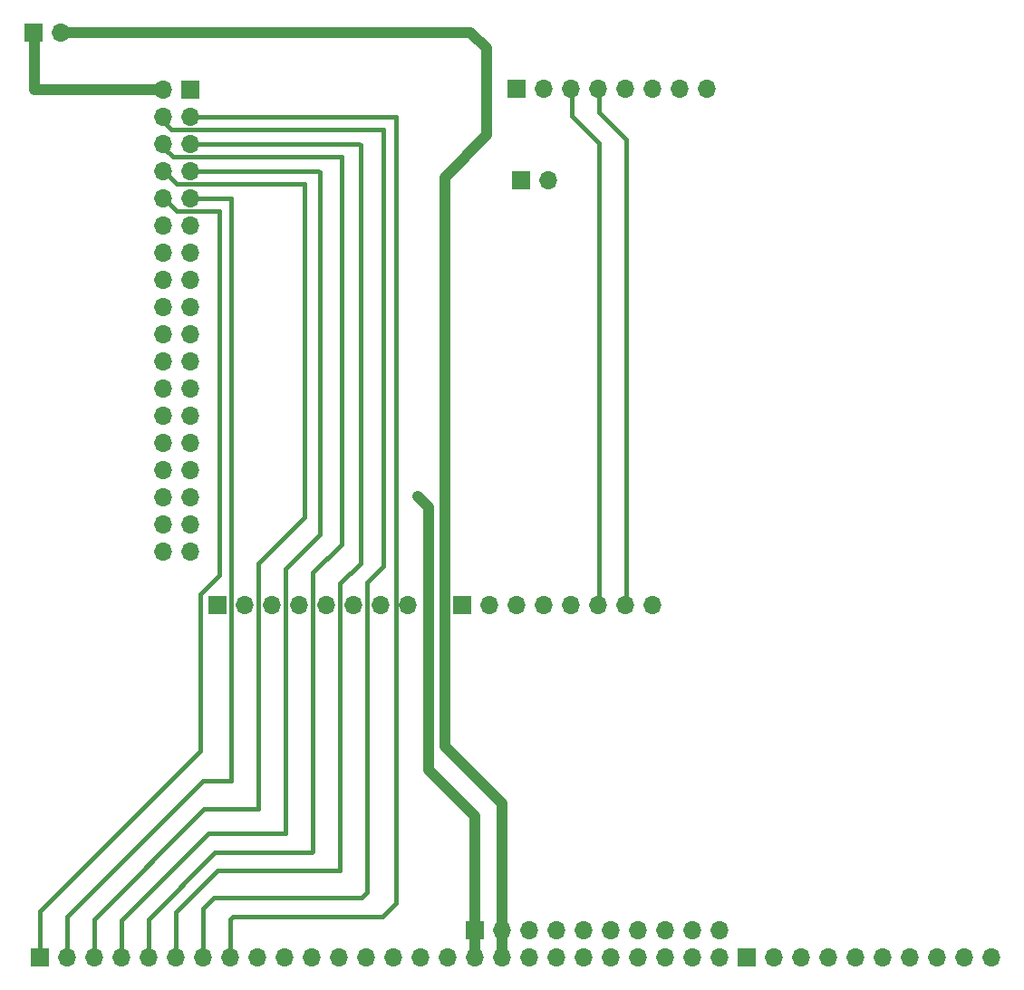
<source format=gbr>
%TF.GenerationSoftware,KiCad,Pcbnew,6.0.11+dfsg-1*%
%TF.CreationDate,2025-10-30T18:12:21+01:00*%
%TF.ProjectId,arduino,61726475-696e-46f2-9e6b-696361645f70,rev?*%
%TF.SameCoordinates,Original*%
%TF.FileFunction,Copper,L1,Top*%
%TF.FilePolarity,Positive*%
%FSLAX46Y46*%
G04 Gerber Fmt 4.6, Leading zero omitted, Abs format (unit mm)*
G04 Created by KiCad (PCBNEW 6.0.11+dfsg-1) date 2025-10-30 18:12:21*
%MOMM*%
%LPD*%
G01*
G04 APERTURE LIST*
%TA.AperFunction,ComponentPad*%
%ADD10R,1.700000X1.700000*%
%TD*%
%TA.AperFunction,ComponentPad*%
%ADD11O,1.700000X1.700000*%
%TD*%
%TA.AperFunction,ViaPad*%
%ADD12C,1.000000*%
%TD*%
%TA.AperFunction,Conductor*%
%ADD13C,0.400000*%
%TD*%
%TA.AperFunction,Conductor*%
%ADD14C,1.000000*%
%TD*%
G04 APERTURE END LIST*
D10*
%TO.P,REF\u002A\u002A,1*%
%TO.N,N/C*%
X106822000Y-97892000D03*
D11*
%TO.P,REF\u002A\u002A,2*%
X109362000Y-97892000D03*
%TO.P,REF\u002A\u002A,3*%
X111902000Y-97892000D03*
%TO.P,REF\u002A\u002A,4*%
X114442000Y-97892000D03*
%TO.P,REF\u002A\u002A,5*%
X116982000Y-97892000D03*
%TO.P,REF\u002A\u002A,6*%
X119522000Y-97892000D03*
%TO.P,REF\u002A\u002A,7*%
X122062000Y-97892000D03*
%TO.P,REF\u002A\u002A,8*%
X124602000Y-97892000D03*
%TD*%
D10*
%TO.P,5V,1*%
%TO.N,N/C*%
X89611200Y-44348400D03*
D11*
%TO.P,5V,2*%
X92151200Y-44348400D03*
%TD*%
D10*
%TO.P,REF\u002A\u002A,1*%
%TO.N,N/C*%
X104287000Y-49672000D03*
D11*
%TO.P,REF\u002A\u002A,2*%
X101747000Y-49672000D03*
%TO.P,REF\u002A\u002A,3*%
X104287000Y-52212000D03*
%TO.P,REF\u002A\u002A,4*%
X101747000Y-52212000D03*
%TO.P,REF\u002A\u002A,5*%
X104287000Y-54752000D03*
%TO.P,REF\u002A\u002A,6*%
X101747000Y-54752000D03*
%TO.P,REF\u002A\u002A,7*%
X104287000Y-57292000D03*
%TO.P,REF\u002A\u002A,8*%
X101747000Y-57292000D03*
%TO.P,REF\u002A\u002A,9*%
X104287000Y-59832000D03*
%TO.P,REF\u002A\u002A,10*%
X101747000Y-59832000D03*
%TO.P,REF\u002A\u002A,11*%
X104287000Y-62372000D03*
%TO.P,REF\u002A\u002A,12*%
X101747000Y-62372000D03*
%TO.P,REF\u002A\u002A,13*%
X104287000Y-64912000D03*
%TO.P,REF\u002A\u002A,14*%
X101747000Y-64912000D03*
%TO.P,REF\u002A\u002A,15*%
X104287000Y-67452000D03*
%TO.P,REF\u002A\u002A,16*%
X101747000Y-67452000D03*
%TO.P,REF\u002A\u002A,17*%
X104287000Y-69992000D03*
%TO.P,REF\u002A\u002A,18*%
X101747000Y-69992000D03*
%TO.P,REF\u002A\u002A,19*%
X104287000Y-72532000D03*
%TO.P,REF\u002A\u002A,20*%
X101747000Y-72532000D03*
%TO.P,REF\u002A\u002A,21*%
X104287000Y-75072000D03*
%TO.P,REF\u002A\u002A,22*%
X101747000Y-75072000D03*
%TO.P,REF\u002A\u002A,23*%
X104287000Y-77612000D03*
%TO.P,REF\u002A\u002A,24*%
X101747000Y-77612000D03*
%TO.P,REF\u002A\u002A,25*%
X104287000Y-80152000D03*
%TO.P,REF\u002A\u002A,26*%
X101747000Y-80152000D03*
%TO.P,REF\u002A\u002A,27*%
X104287000Y-82692000D03*
%TO.P,REF\u002A\u002A,28*%
X101747000Y-82692000D03*
%TO.P,REF\u002A\u002A,29*%
X104287000Y-85232000D03*
%TO.P,REF\u002A\u002A,30*%
X101747000Y-85232000D03*
%TO.P,REF\u002A\u002A,31*%
X104287000Y-87772000D03*
%TO.P,REF\u002A\u002A,32*%
X101747000Y-87772000D03*
%TO.P,REF\u002A\u002A,33*%
X104287000Y-90312000D03*
%TO.P,REF\u002A\u002A,34*%
X101747000Y-90312000D03*
%TO.P,REF\u002A\u002A,35*%
X104287000Y-92852000D03*
%TO.P,REF\u002A\u002A,36*%
X101747000Y-92852000D03*
%TD*%
D10*
%TO.P,REF\u002A\u002A,1*%
%TO.N,N/C*%
X135128000Y-58166000D03*
D11*
%TO.P,REF\u002A\u002A,2*%
X137668000Y-58166000D03*
%TD*%
D10*
%TO.P,REF\u002A\u002A,1*%
%TO.N,N/C*%
X129682000Y-97892000D03*
D11*
%TO.P,REF\u002A\u002A,2*%
X132222000Y-97892000D03*
%TO.P,REF\u002A\u002A,3*%
X134762000Y-97892000D03*
%TO.P,REF\u002A\u002A,4*%
X137302000Y-97892000D03*
%TO.P,REF\u002A\u002A,5*%
X139842000Y-97892000D03*
%TO.P,REF\u002A\u002A,6*%
X142382000Y-97892000D03*
%TO.P,REF\u002A\u002A,7*%
X144922000Y-97892000D03*
%TO.P,REF\u002A\u002A,8*%
X147462000Y-97892000D03*
%TD*%
D10*
%TO.P,REF\u002A\u002A,1*%
%TO.N,N/C*%
X130810000Y-128270000D03*
D11*
%TO.P,REF\u002A\u002A,2*%
X130810000Y-130810000D03*
%TO.P,REF\u002A\u002A,3*%
X133350000Y-128270000D03*
%TO.P,REF\u002A\u002A,4*%
X133350000Y-130810000D03*
%TO.P,REF\u002A\u002A,5*%
X135890000Y-128270000D03*
%TO.P,REF\u002A\u002A,6*%
X135890000Y-130810000D03*
%TO.P,REF\u002A\u002A,7*%
X138430000Y-128270000D03*
%TO.P,REF\u002A\u002A,8*%
X138430000Y-130810000D03*
%TO.P,REF\u002A\u002A,9*%
X140970000Y-128270000D03*
%TO.P,REF\u002A\u002A,10*%
X140970000Y-130810000D03*
%TO.P,REF\u002A\u002A,11*%
X143510000Y-128270000D03*
%TO.P,REF\u002A\u002A,12*%
X143510000Y-130810000D03*
%TO.P,REF\u002A\u002A,13*%
X146050000Y-128270000D03*
%TO.P,REF\u002A\u002A,14*%
X146050000Y-130810000D03*
%TO.P,REF\u002A\u002A,15*%
X148590000Y-128270000D03*
%TO.P,REF\u002A\u002A,16*%
X148590000Y-130810000D03*
%TO.P,REF\u002A\u002A,17*%
X151130000Y-128270000D03*
%TO.P,REF\u002A\u002A,18*%
X151130000Y-130810000D03*
%TO.P,REF\u002A\u002A,19*%
X153670000Y-128270000D03*
%TO.P,REF\u002A\u002A,20*%
X153670000Y-130810000D03*
%TD*%
D10*
%TO.P,REF\u002A\u002A,1*%
%TO.N,N/C*%
X134762000Y-49632000D03*
D11*
%TO.P,REF\u002A\u002A,2*%
X137302000Y-49632000D03*
%TO.P,REF\u002A\u002A,3*%
X139842000Y-49632000D03*
%TO.P,REF\u002A\u002A,4*%
X142382000Y-49632000D03*
%TO.P,REF\u002A\u002A,5*%
X144922000Y-49632000D03*
%TO.P,REF\u002A\u002A,6*%
X147462000Y-49632000D03*
%TO.P,REF\u002A\u002A,7*%
X150002000Y-49632000D03*
%TO.P,REF\u002A\u002A,8*%
X152542000Y-49632000D03*
%TD*%
D10*
%TO.P,REF\u002A\u002A,1*%
%TO.N,N/C*%
X90170000Y-130810000D03*
D11*
%TO.P,REF\u002A\u002A,2*%
X92710000Y-130810000D03*
%TO.P,REF\u002A\u002A,3*%
X95250000Y-130810000D03*
%TO.P,REF\u002A\u002A,4*%
X97790000Y-130810000D03*
%TO.P,REF\u002A\u002A,5*%
X100330000Y-130810000D03*
%TO.P,REF\u002A\u002A,6*%
X102870000Y-130810000D03*
%TO.P,REF\u002A\u002A,7*%
X105410000Y-130810000D03*
%TO.P,REF\u002A\u002A,8*%
X107950000Y-130810000D03*
%TO.P,REF\u002A\u002A,9*%
X110490000Y-130810000D03*
%TO.P,REF\u002A\u002A,10*%
X113030000Y-130810000D03*
%TO.P,REF\u002A\u002A,11*%
X115570000Y-130810000D03*
%TO.P,REF\u002A\u002A,12*%
X118110000Y-130810000D03*
%TO.P,REF\u002A\u002A,13*%
X120650000Y-130810000D03*
%TO.P,REF\u002A\u002A,14*%
X123190000Y-130810000D03*
%TO.P,REF\u002A\u002A,15*%
X125730000Y-130810000D03*
%TO.P,REF\u002A\u002A,16*%
X128270000Y-130810000D03*
%TD*%
D10*
%TO.P,REF\u002A\u002A,1*%
%TO.N,N/C*%
X156210000Y-130810000D03*
D11*
%TO.P,REF\u002A\u002A,2*%
X158750000Y-130810000D03*
%TO.P,REF\u002A\u002A,3*%
X161290000Y-130810000D03*
%TO.P,REF\u002A\u002A,4*%
X163830000Y-130810000D03*
%TO.P,REF\u002A\u002A,5*%
X166370000Y-130810000D03*
%TO.P,REF\u002A\u002A,6*%
X168910000Y-130810000D03*
%TO.P,REF\u002A\u002A,7*%
X171450000Y-130810000D03*
%TO.P,REF\u002A\u002A,8*%
X173990000Y-130810000D03*
%TO.P,REF\u002A\u002A,9*%
X176530000Y-130810000D03*
%TO.P,REF\u002A\u002A,10*%
X179070000Y-130810000D03*
%TD*%
D12*
%TO.N,*%
X125476000Y-87757000D03*
%TD*%
D13*
%TO.N,*%
X101782800Y-55173800D02*
X101782800Y-54762400D01*
X120142000Y-54864000D02*
X120142000Y-93980000D01*
D14*
X126492000Y-88773000D02*
X125476000Y-87757000D01*
X89662000Y-49682400D02*
X101782800Y-49682400D01*
X130810000Y-130810000D02*
X130810000Y-128270000D01*
D13*
X123444000Y-125730000D02*
X122174000Y-127000000D01*
D14*
X126492000Y-113284000D02*
X126492000Y-88773000D01*
D13*
X105410000Y-126238000D02*
X105410000Y-130810000D01*
X123444000Y-52222400D02*
X123444000Y-125730000D01*
X92710000Y-130810000D02*
X92710000Y-127000000D01*
X120777000Y-124714000D02*
X120269000Y-125222000D01*
X104322800Y-57302400D02*
X116230400Y-57302400D01*
X142422800Y-51846400D02*
X142422800Y-49682400D01*
X106426000Y-125222000D02*
X105410000Y-126238000D01*
X120777000Y-95758000D02*
X120777000Y-124714000D01*
X106934000Y-61087000D02*
X106934000Y-95123000D01*
X115697000Y-94869000D02*
X118364000Y-92202000D01*
X139882800Y-49682400D02*
X139882800Y-52151200D01*
X108077000Y-59842400D02*
X104322800Y-59842400D01*
D14*
X130454400Y-44348400D02*
X92151200Y-44348400D01*
D13*
X120142000Y-93980000D02*
X118237000Y-95885000D01*
X102870000Y-126619000D02*
X102870000Y-130810000D01*
X142422800Y-54691200D02*
X142422800Y-97942400D01*
D14*
X89662000Y-44450000D02*
X89662000Y-49682400D01*
D13*
X122301000Y-53467000D02*
X122301000Y-94234000D01*
X100330000Y-130810000D02*
X100330000Y-127254000D01*
X144962800Y-54386400D02*
X142422800Y-51846400D01*
X105410000Y-114300000D02*
X108077000Y-114300000D01*
X105918000Y-119253000D02*
X97790000Y-127381000D01*
X108204000Y-127000000D02*
X107950000Y-127254000D01*
X120040400Y-54762400D02*
X120142000Y-54864000D01*
X107950000Y-127254000D02*
X107950000Y-130810000D01*
X114935000Y-89662000D02*
X110617000Y-93980000D01*
D14*
X133350000Y-130810000D02*
X133350000Y-128270000D01*
D13*
X106807000Y-122682000D02*
X102870000Y-126619000D01*
X118364000Y-92202000D02*
X118364000Y-56007000D01*
D14*
X133350000Y-128270000D02*
X133350000Y-116459000D01*
D13*
X100330000Y-127254000D02*
X106553000Y-121031000D01*
D14*
X131953000Y-53975000D02*
X131953000Y-45847000D01*
D13*
X97790000Y-127381000D02*
X97790000Y-130810000D01*
X118237000Y-95885000D02*
X118237000Y-122682000D01*
D14*
X130810000Y-128270000D02*
X130810000Y-117602000D01*
X133350000Y-116459000D02*
X128016000Y-111125000D01*
D13*
X110617000Y-116967000D02*
X105537000Y-116967000D01*
X122301000Y-94234000D02*
X120777000Y-95758000D01*
X101782800Y-52760800D02*
X102489000Y-53467000D01*
X101782800Y-52222400D02*
X101782800Y-52760800D01*
X139882800Y-52151200D02*
X142422800Y-54691200D01*
D14*
X130810000Y-117602000D02*
X126492000Y-113284000D01*
D13*
X102489000Y-53467000D02*
X122301000Y-53467000D01*
X118364000Y-56007000D02*
X102616000Y-56007000D01*
D14*
X131953000Y-45847000D02*
X130454400Y-44348400D01*
D13*
X106934000Y-95123000D02*
X105156000Y-96901000D01*
X144962800Y-97942400D02*
X144962800Y-54386400D01*
X116332000Y-91313000D02*
X113157000Y-94488000D01*
X104322800Y-54762400D02*
X120040400Y-54762400D01*
D14*
X128016000Y-57912000D02*
X131953000Y-53975000D01*
D13*
X113157000Y-94488000D02*
X113157000Y-119253000D01*
X95250000Y-127254000D02*
X95250000Y-130810000D01*
X116230400Y-57302400D02*
X116332000Y-57404000D01*
X105156000Y-111506000D02*
X90170000Y-126492000D01*
X120269000Y-125222000D02*
X106426000Y-125222000D01*
X114935000Y-58547000D02*
X114935000Y-89662000D01*
X115570000Y-121031000D02*
X115697000Y-120904000D01*
X101782800Y-59842400D02*
X103027400Y-61087000D01*
X90170000Y-126492000D02*
X90170000Y-130810000D01*
X103027400Y-61087000D02*
X106934000Y-61087000D01*
X101782800Y-57302400D02*
X103027400Y-58547000D01*
X113157000Y-119253000D02*
X105918000Y-119253000D01*
X103027400Y-58547000D02*
X114935000Y-58547000D01*
X108077000Y-114300000D02*
X108077000Y-59842400D01*
X104322800Y-52222400D02*
X123444000Y-52222400D01*
X122174000Y-127000000D02*
X108204000Y-127000000D01*
X118237000Y-122682000D02*
X106807000Y-122682000D01*
X92710000Y-127000000D02*
X105410000Y-114300000D01*
X115697000Y-120904000D02*
X115697000Y-94869000D01*
D14*
X128016000Y-111125000D02*
X128016000Y-57912000D01*
D13*
X105156000Y-96901000D02*
X105156000Y-111506000D01*
X106553000Y-121031000D02*
X115570000Y-121031000D01*
X116332000Y-57404000D02*
X116332000Y-91313000D01*
X102616000Y-56007000D02*
X101782800Y-55173800D01*
X105537000Y-116967000D02*
X95250000Y-127254000D01*
X110617000Y-93980000D02*
X110617000Y-116967000D01*
%TD*%
M02*

</source>
